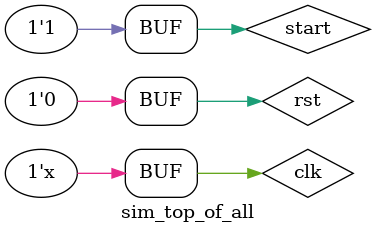
<source format=v>
`timescale 1ns / 1ps
module sim_top_of_all();
reg clk,rst,start;
wire done;
wire [7:0] sum_out;
wire [7:0] AN;
wire [7:0] SEG;
top_of_all top(clk,rst,start,done,sum_out,SEG,AN);

initial begin
    clk <= 0;
	rst <=1;
	start <= 0;
	
	#10;
	rst <=0;
	start <=1;
end

always 
	#5 clk <= ~clk;

endmodule

</source>
